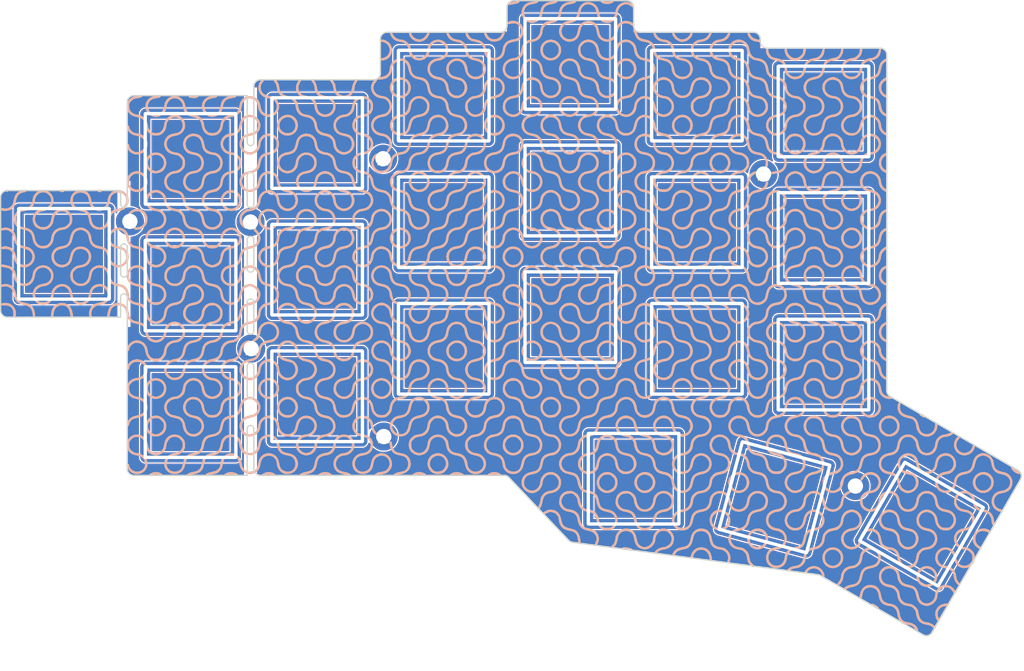
<source format=kicad_pcb>
(kicad_pcb (version 20221018) (generator pcbnew)
  (layers (0 "F.Cu" signal) (31 "B.Cu" signal) (34 "B.Paste" user) (35 "F.Paste" user) (36 "B.SilkS" user "B.Silkscreen") (37 "F.SilkS" user "F.Silkscreen") (38 "B.Mask" user) (39 "F.Mask" user) (44 "Edge.Cuts" user))
  (net 0 "")
  (footprint "kbd:SW_Hole_TH" (layer "F.Cu") (at 42.721463 76.099368)
    (fp_text reference "K18" hide)
    (fp_text value "KEYSW" hide)
    (pad "1" thru_hole oval (at -6.8 0) (size 1.5 15) (drill oval 0.5 14) (layers "*.Cu" "*.Mask"))
    (pad "1" thru_hole oval (at 0 -6.8 90) (size 1.5 15) (drill oval 0.5 14) (layers "*.Cu" "*.Mask"))
    (pad "1" thru_hole oval (at 0 6.8 90) (size 1.5 15) (drill oval 0.5 14) (layers "*.Cu" "*.Mask"))
    (pad "1" thru_hole oval (at 6.8 0) (size 1.5 15) (drill oval 0.5 14) (layers "*.Cu" "*.Mask"))
  )
  (footprint "kbd:SW_Hole_TH" (layer "F.Cu") (at 118.721463 47.599367)
    (fp_text reference "K21" hide)
    (fp_text value "KEYSW" hide)
    (pad "1" thru_hole oval (at -6.8 0) (size 1.5 15) (drill oval 0.5 14) (layers "*.Cu" "*.Mask"))
    (pad "1" thru_hole oval (at 0 -6.8 90) (size 1.5 15) (drill oval 0.5 14) (layers "*.Cu" "*.Mask"))
    (pad "1" thru_hole oval (at 0 6.8 90) (size 1.5 15) (drill oval 0.5 14) (layers "*.Cu" "*.Mask"))
    (pad "1" thru_hole oval (at 6.8 0) (size 1.5 15) (drill oval 0.5 14) (layers "*.Cu" "*.Mask"))
  )
  (footprint "kbd:SW_Hole_TH" (layer "F.Cu") (at 42.721463 57.099368)
    (fp_text reference "K14" hide)
    (fp_text value "KEYSW" hide)
    (pad "1" thru_hole oval (at -6.8 0) (size 1.5 15) (drill oval 0.5 14) (layers "*.Cu" "*.Mask"))
    (pad "1" thru_hole oval (at 0 -6.8 90) (size 1.5 15) (drill oval 0.5 14) (layers "*.Cu" "*.Mask"))
    (pad "1" thru_hole oval (at 0 6.8 90) (size 1.5 15) (drill oval 0.5 14) (layers "*.Cu" "*.Mask"))
    (pad "1" thru_hole oval (at 6.8 0) (size 1.5 15) (drill oval 0.5 14) (layers "*.Cu" "*.Mask"))
  )
  (footprint "kbd:SW_Hole_TH" (layer "F.Cu") (at 61.721463 35.724368)
    (fp_text reference "K13" hide)
    (fp_text value "KEYSW" hide)
    (pad "1" thru_hole oval (at -6.8 0) (size 1.5 15) (drill oval 0.5 14) (layers "*.Cu" "*.Mask"))
    (pad "1" thru_hole oval (at 0 -6.8 90) (size 1.5 15) (drill oval 0.5 14) (layers "*.Cu" "*.Mask"))
    (pad "1" thru_hole oval (at 0 6.8 90) (size 1.5 15) (drill oval 0.5 14) (layers "*.Cu" "*.Mask"))
    (pad "1" thru_hole oval (at 6.8 0) (size 1.5 15) (drill oval 0.5 14) (layers "*.Cu" "*.Mask"))
  )
  (footprint "kbd:SW_Hole_TH" (layer "F.Cu") (at 152.426296 92.925796 60)
    (fp_text reference "K22" hide)
    (fp_text value "KEYSW" hide)
    (pad "1" thru_hole oval (at -6.8 0 60) (size 1.5 15) (drill oval 0.5 14) (layers "*.Cu" "*.Mask"))
    (pad "1" thru_hole oval (at 0 -6.8 150) (size 1.5 15) (drill oval 0.5 14) (layers "*.Cu" "*.Mask"))
    (pad "1" thru_hole oval (at 0 6.8 150) (size 1.5 15) (drill oval 0.5 14) (layers "*.Cu" "*.Mask"))
    (pad "1" thru_hole oval (at 6.8 0 60) (size 1.5 15) (drill oval 0.5 14) (layers "*.Cu" "*.Mask"))
  )
  (footprint "kbd:M2_Hole_TH" (layer "F.Cu") (at 128.721463 40.374367)
    (fp_text reference "H8" (at 0 0.5) (layer "F.SilkS"))
    (fp_text value "MountingHole")
    (pad "" thru_hole circle (at 0 0) (size 4.2 4.2) (drill 2.3) (layers "*.Cu" "*.Mask"))
  )
  (footprint "kbd:SW_Hole_TH" (layer "F.Cu") (at 80.721463 66.599368)
    (fp_text reference "K9" hide)
    (fp_text value "KEYSW" hide)
    (pad "1" thru_hole oval (at -6.8 0) (size 1.5 15) (drill oval 0.5 14) (layers "*.Cu" "*.Mask"))
    (pad "1" thru_hole oval (at 0 -6.8 90) (size 1.5 15) (drill oval 0.5 14) (layers "*.Cu" "*.Mask"))
    (pad "1" thru_hole oval (at 0 6.8 90) (size 1.5 15) (drill oval 0.5 14) (layers "*.Cu" "*.Mask"))
    (pad "1" thru_hole oval (at 6.8 0) (size 1.5 15) (drill oval 0.5 14) (layers "*.Cu" "*.Mask"))
  )
  (footprint "kbd:M2_Hole_TH" (layer "F.Cu") (at 71.621463 38.074367)
    (fp_text reference "H4" (at 0 0.5) (layer "F.SilkS"))
    (fp_text value "MountingHole")
    (pad "" thru_hole circle (at 0 0) (size 4.2 4.2) (drill 2.3) (layers "*.Cu" "*.Mask"))
  )
  (footprint "kbd:SW_Hole_TH" (layer "F.Cu") (at 130.35654 88.881582 -15)
    (fp_text reference "K1" hide)
    (fp_text value "KEYSW" hide)
    (pad "1" thru_hole oval (at -6.8 0 345) (size 1.5 15) (drill oval 0.5 14) (layers "*.Cu" "*.Mask"))
    (pad "1" thru_hole oval (at 0 -6.8 75) (size 1.5 15) (drill oval 0.5 14) (layers "*.Cu" "*.Mask"))
    (pad "1" thru_hole oval (at 0 6.8 75) (size 1.5 15) (drill oval 0.5 14) (layers "*.Cu" "*.Mask"))
    (pad "1" thru_hole oval (at 6.8 0 345) (size 1.5 15) (drill oval 0.5 14) (layers "*.Cu" "*.Mask"))
  )
  (footprint "kbd:SW_Hole_TH" (layer "F.Cu") (at 99.721463 23.849368)
    (fp_text reference "K11" hide)
    (fp_text value "KEYSW" hide)
    (pad "1" thru_hole oval (at -6.8 0) (size 1.5 15) (drill oval 0.5 14) (layers "*.Cu" "*.Mask"))
    (pad "1" thru_hole oval (at 0 -6.8 90) (size 1.5 15) (drill oval 0.5 14) (layers "*.Cu" "*.Mask"))
    (pad "1" thru_hole oval (at 0 6.8 90) (size 1.5 15) (drill oval 0.5 14) (layers "*.Cu" "*.Mask"))
    (pad "1" thru_hole oval (at 6.8 0) (size 1.5 15) (drill oval 0.5 14) (layers "*.Cu" "*.Mask"))
  )
  (footprint "kbd:M2_Hole_TH" (layer "F.Cu") (at 51.821463 66.574367)
    (fp_text reference "H2" (at 0 0.5) (layer "F.SilkS"))
    (fp_text value "MountingHole")
    (pad "" thru_hole circle (at 0 0) (size 4.2 4.2) (drill 2.3) (layers "*.Cu" "*.Mask"))
  )
  (footprint "kbd:SW_Hole_TH" (layer "F.Cu") (at 42.721463 38.099368)
    (fp_text reference "K7" hide)
    (fp_text value "KEYSW" hide)
    (pad "1" thru_hole oval (at -6.8 0) (size 1.5 15) (drill oval 0.5 14) (layers "*.Cu" "*.Mask"))
    (pad "1" thru_hole oval (at 0 -6.8 90) (size 1.5 15) (drill oval 0.5 14) (layers "*.Cu" "*.Mask"))
    (pad "1" thru_hole oval (at 0 6.8 90) (size 1.5 15) (drill oval 0.5 14) (layers "*.Cu" "*.Mask"))
    (pad "1" thru_hole oval (at 6.8 0) (size 1.5 15) (drill oval 0.5 14) (layers "*.Cu" "*.Mask"))
  )
  (footprint "kbd:SW_Hole_TH" (layer "F.Cu") (at 118.721463 66.599367)
    (fp_text reference "K12" hide)
    (fp_text value "KEYSW" hide)
    (pad "1" thru_hole oval (at -6.8 0) (size 1.5 15) (drill oval 0.5 14) (layers "*.Cu" "*.Mask"))
    (pad "1" thru_hole oval (at 0 -6.8 90) (size 1.5 15) (drill oval 0.5 14) (layers "*.Cu" "*.Mask"))
    (pad "1" thru_hole oval (at 0 6.8 90) (size 1.5 15) (drill oval 0.5 14) (layers "*.Cu" "*.Mask"))
    (pad "1" thru_hole oval (at 6.8 0) (size 1.5 15) (drill oval 0.5 14) (layers "*.Cu" "*.Mask"))
  )
  (footprint "kbd:M2_Hole_TH" (layer "F.Cu") (at 33.621463 47.474367)
    (fp_text reference "H3" (at 0 0.5) (layer "F.SilkS"))
    (fp_text value "MountingHole")
    (pad "" thru_hole circle (at 0 0) (size 4.2 4.2) (drill 2.3) (layers "*.Cu" "*.Mask"))
  )
  (footprint "kbd:M2_Hole_TH" (layer "F.Cu") (at 51.721463 47.574367)
    (fp_text reference "H1" (at 0 0.5) (layer "F.SilkS"))
    (fp_text value "MountingHole")
    (pad "" thru_hole circle (at 0 0) (size 4.2 4.2) (drill 2.3) (layers "*.Cu" "*.Mask"))
  )
  (footprint "kbd:SW_Hole_TH" (layer "F.Cu") (at 118.721463 28.599367)
    (fp_text reference "K16" hide)
    (fp_text value "KEYSW" hide)
    (pad "1" thru_hole oval (at -6.8 0) (size 1.5 15) (drill oval 0.5 14) (layers "*.Cu" "*.Mask"))
    (pad "1" thru_hole oval (at 0 -6.8 90) (size 1.5 15) (drill oval 0.5 14) (layers "*.Cu" "*.Mask"))
    (pad "1" thru_hole oval (at 0 6.8 90) (size 1.5 15) (drill oval 0.5 14) (layers "*.Cu" "*.Mask"))
    (pad "1" thru_hole oval (at 6.8 0) (size 1.5 15) (drill oval 0.5 14) (layers "*.Cu" "*.Mask"))
  )
  (footprint "kbd:SW_Hole_TH" (layer "F.Cu") (at 80.721463 47.599368)
    (fp_text reference "K6" hide)
    (fp_text value "KEYSW" hide)
    (pad "1" thru_hole oval (at -6.8 0) (size 1.5 15) (drill oval 0.5 14) (layers "*.Cu" "*.Mask"))
    (pad "1" thru_hole oval (at 0 -6.8 90) (size 1.5 15) (drill oval 0.5 14) (layers "*.Cu" "*.Mask"))
    (pad "1" thru_hole oval (at 0 6.8 90) (size 1.5 15) (drill oval 0.5 14) (layers "*.Cu" "*.Mask"))
    (pad "1" thru_hole oval (at 6.8 0) (size 1.5 15) (drill oval 0.5 14) (layers "*.Cu" "*.Mask"))
  )
  (footprint "kbd:M2_Hole_TH" (layer "F.Cu") (at 142.507505 87.19918)
    (fp_text reference "H9" (at 0 0.5) (layer "F.SilkS"))
    (fp_text value "MountingHole")
    (pad "" thru_hole circle (at 0 0) (size 4.2 4.2) (drill 2.3) (layers "*.Cu" "*.Mask"))
  )
  (footprint "kbd:SW_Hole_TH" (layer "F.Cu") (at 109.221463 86.099097)
    (fp_text reference "K5" hide)
    (fp_text value "KEYSW" hide)
    (pad "1" thru_hole oval (at -6.8 0) (size 1.5 15) (drill oval 0.5 14) (layers "*.Cu" "*.Mask"))
    (pad "1" thru_hole oval (at 0 -6.8 90) (size 1.5 15) (drill oval 0.5 14) (layers "*.Cu" "*.Mask"))
    (pad "1" thru_hole oval (at 0 6.8 90) (size 1.5 15) (drill oval 0.5 14) (layers "*.Cu" "*.Mask"))
    (pad "1" thru_hole oval (at 6.8 0) (size 1.5 15) (drill oval 0.5 14) (layers "*.Cu" "*.Mask"))
  )
  (footprint "kbd:SW_Hole_TH" (layer "F.Cu") (at 137.721463 49.974367)
    (fp_text reference "K3" hide)
    (fp_text value "KEYSW" hide)
    (pad "1" thru_hole oval (at -6.8 0) (size 1.5 15) (drill oval 0.5 14) (layers "*.Cu" "*.Mask"))
    (pad "1" thru_hole oval (at 0 -6.8 90) (size 1.5 15) (drill oval 0.5 14) (layers "*.Cu" "*.Mask"))
    (pad "1" thru_hole oval (at 0 6.8 90) (size 1.5 15) (drill oval 0.5 14) (layers "*.Cu" "*.Mask"))
    (pad "1" thru_hole oval (at 6.8 0) (size 1.5 15) (drill oval 0.5 14) (layers "*.Cu" "*.Mask"))
  )
  (footprint "kbd:SW_Hole_TH" (layer "F.Cu") (at 23.721464 52.349367)
    (fp_text reference "K10" hide)
    (fp_text value "KEYSW" hide)
    (pad "1" thru_hole oval (at -6.8 0) (size 1.5 15) (drill oval 0.5 14) (layers "*.Cu" "*.Mask"))
    (pad "1" thru_hole oval (at 0 -6.8 90) (size 1.5 15) (drill oval 0.5 14) (layers "*.Cu" "*.Mask"))
    (pad "1" thru_hole oval (at 0 6.8 90) (size 1.5 15) (drill oval 0.5 14) (layers "*.Cu" "*.Mask"))
    (pad "1" thru_hole oval (at 6.8 0) (size 1.5 15) (drill oval 0.5 14) (layers "*.Cu" "*.Mask"))
  )
  (footprint "kbd:SW_Hole_TH" (layer "F.Cu") (at 99.721463 42.849368)
    (fp_text reference "K19" hide)
    (fp_text value "KEYSW" hide)
    (pad "1" thru_hole oval (at -6.8 0) (size 1.5 15) (drill oval 0.5 14) (layers "*.Cu" "*.Mask"))
    (pad "1" thru_hole oval (at 0 -6.8 90) (size 1.5 15) (drill oval 0.5 14) (layers "*.Cu" "*.Mask"))
    (pad "1" thru_hole oval (at 0 6.8 90) (size 1.5 15) (drill oval 0.5 14) (layers "*.Cu" "*.Mask"))
    (pad "1" thru_hole oval (at 6.8 0) (size 1.5 15) (drill oval 0.5 14) (layers "*.Cu" "*.Mask"))
  )
  (footprint "Silks:skean_truchet" (layer "F.Cu") (at 90.821464 61.599367)
    (fp_text reference "REF**" hide)
    (fp_text value "LOGO" hide)
  )
  (footprint "kbd:SW_Hole_TH" (layer "F.Cu") (at 61.721463 73.724368)
    (fp_text reference "K8" hide)
    (fp_text value "KEYSW" hide)
    (pad "1" thru_hole oval (at -6.8 0) (size 1.5 15) (drill oval 0.5 14) (layers "*.Cu" "*.Mask"))
    (pad "1" thru_hole oval (at 0 -6.8 90) (size 1.5 15) (drill oval 0.5 14) (layers "*.Cu" "*.Mask"))
    (pad "1" thru_hole oval (at 0 6.8 90) (size 1.5 15) (drill oval 0.5 14) (layers "*.Cu" "*.Mask"))
    (pad "1" thru_hole oval (at 6.8 0) (size 1.5 15) (drill oval 0.5 14) (layers "*.Cu" "*.Mask"))
  )
  (footprint "kbd:M2_Hole_TH" (layer "F.Cu") (at 71.721463 79.774367)
    (fp_text reference "H5" (at 0 0.5) (layer "F.SilkS"))
    (fp_text value "MountingHole")
    (pad "" thru_hole circle (at 0 0) (size 4.2 4.2) (drill 2.3) (layers "*.Cu" "*.Mask"))
  )
  (footprint "kbd:SW_Hole_TH" (layer "F.Cu") (at 137.721463 30.974367)
    (fp_text reference "K4" hide)
    (fp_text value "KEYSW" hide)
    (pad "1" thru_hole oval (at -6.8 0) (size 1.5 15) (drill oval 0.5 14) (layers "*.Cu" "*.Mask"))
    (pad "1" thru_hole oval (at 0 -6.8 90) (size 1.5 15) (drill oval 0.5 14) (layers "*.Cu" "*.Mask"))
    (pad "1" thru_hole oval (at 0 6.8 90) (size 1.5 15) (drill oval 0.5 14) (layers "*.Cu" "*.Mask"))
    (pad "1" thru_hole oval (at 6.8 0) (size 1.5 15) (drill oval 0.5 14) (layers "*.Cu" "*.Mask"))
  )
  (footprint "kbd:SW_Hole_TH" (layer "F.Cu") (at 137.721463 68.974367)
    (fp_text reference "K2" hide)
    (fp_text value "KEYSW" hide)
    (pad "1" thru_hole oval (at -6.8 0) (size 1.5 15) (drill oval 0.5 14) (layers "*.Cu" "*.Mask"))
    (pad "1" thru_hole oval (at 0 -6.8 90) (size 1.5 15) (drill oval 0.5 14) (layers "*.Cu" "*.Mask"))
    (pad "1" thru_hole oval (at 0 6.8 90) (size 1.5 15) (drill oval 0.5 14) (layers "*.Cu" "*.Mask"))
    (pad "1" thru_hole oval (at 6.8 0) (size 1.5 15) (drill oval 0.5 14) (layers "*.Cu" "*.Mask"))
  )
  (footprint "Silks:skean_truchet_back" (layer "F.Cu") (at 91.221464 61.599367)
    (fp_text reference "G***" hide)
    (fp_text value "LOGO" hide)
  )
  (footprint "kbd:SW_Hole_TH" (layer "F.Cu") (at 99.721463 61.849368)
    (fp_text reference "K15" hide)
    (fp_text value "KEYSW" hide)
    (pad "1" thru_hole oval (at -6.8 0) (size 1.5 15) (drill oval 0.5 14) (layers "*.Cu" "*.Mask"))
    (pad "1" thru_hole oval (at 0 -6.8 90) (size 1.5 15) (drill oval 0.5 14) (layers "*.Cu" "*.Mask"))
    (pad "1" thru_hole oval (at 0 6.8 90) (size 1.5 15) (drill oval 0.5 14) (layers "*.Cu" "*.Mask"))
    (pad "1" thru_hole oval (at 6.8 0) (size 1.5 15) (drill oval 0.5 14) (layers "*.Cu" "*.Mask"))
  )
  (footprint "kbd:SW_Hole_TH" (layer "F.Cu") (at 61.721463 54.724368)
    (fp_text reference "K17" hide)
    (fp_text value "KEYSW" hide)
    (pad "1" thru_hole oval (at -6.8 0) (size 1.5 15) (drill oval 0.5 14) (layers "*.Cu" "*.Mask"))
    (pad "1" thru_hole oval (at 0 -6.8 90) (size 1.5 15) (drill oval 0.5 14) (layers "*.Cu" "*.Mask"))
    (pad "1" thru_hole oval (at 0 6.8 90) (size 1.5 15) (drill oval 0.5 14) (layers "*.Cu" "*.Mask"))
    (pad "1" thru_hole oval (at 6.8 0) (size 1.5 15) (drill oval 0.5 14) (layers "*.Cu" "*.Mask"))
  )
  (footprint "kbd:SW_Hole_TH" (layer "F.Cu") (at 80.721463 28.599368)
    (fp_text reference "K20" hide)
    (fp_text value "KEYSW" hide)
    (pad "1" thru_hole oval (at -6.8 0) (size 1.5 15) (drill oval 0.5 14) (layers "*.Cu" "*.Mask"))
    (pad "1" thru_hole oval (at 0 -6.8 90) (size 1.5 15) (drill oval 0.5 14) (layers "*.Cu" "*.Mask"))
    (pad "1" thru_hole oval (at 0 6.8 90) (size 1.5 15) (drill oval 0.5 14) (layers "*.Cu" "*.Mask"))
    (pad "1" thru_hole oval (at 6.8 0) (size 1.5 15) (drill oval 0.5 14) (layers "*.Cu" "*.Mask"))
  )
  (gr_arc (start 89.796623 85.599367) (mid 90.187009 85.679623) (end 90.514076 85.907372) (stroke (width 0.2)) (layer "Edge.Cuts"))
  (gr_line (start 52.221491 40.599328) (end 52.22149 44.924327) (stroke (width 0.2)) (layer "Edge.Cuts"))
  (gr_arc (start 51.22149 50.224327) (mid 51.72149 49.724327) (end 52.22149 50.224327) (stroke (width 0.2)) (layer "Edge.Cuts"))
  (gr_line (start 51.221491 54.599327) (end 51.22149 50.224327) (stroke (width 0.2)) (layer "Edge.Cuts"))
  (gr_arc (start 166.912511 84.834934) (mid 167.378437 85.442141) (end 167.278537 86.20096) (stroke (width 0.2)) (layer "Edge.Cuts"))
  (gr_arc (start 51.221463 59.599366) (mid 51.721463 59.099366) (end 52.221463 59.599366) (stroke (width 0.2)) (layer "Edge.Cuts"))
  (gr_arc (start 90.221463 18.099368) (mid 89.92857 18.806475) (end 89.221463 19.099368) (stroke (width 0.2)) (layer "Edge.Cuts"))
  (gr_line (start 15.221464 42.849368) (end 32.221465 42.849368) (stroke (width 0.2)) (layer "Edge.Cuts"))
  (gr_line (start 32.221464 51.349368) (end 32.221464 55.349368) (stroke (width 0.2)) (layer "Edge.Cuts"))
  (gr_line (start 52.221463 35.599367) (end 52.221463 27.224367) (stroke (width 0.2)) (layer "Edge.Cuts"))
  (gr_line (start 99.480311 95.345258) (end 90.514076 85.907372) (stroke (width 0.2)) (layer "Edge.Cuts"))
  (gr_arc (start 51.221463 40.599367) (mid 51.721463 40.099367) (end 52.221463 40.599367) (stroke (width 0.2)) (layer "Edge.Cuts"))
  (gr_line (start 147.721463 73.754978) (end 166.912511 84.834934) (stroke (width 0.2)) (layer "Edge.Cuts"))
  (gr_line (start 147.221463 22.474368) (end 147.221463 72.888952) (stroke (width 0.2)) (layer "Edge.Cuts"))
  (gr_arc (start 33.221463 55.349368) (mid 32.721463 55.849368) (end 32.221463 55.349368) (stroke (width 0.2)) (layer "Edge.Cuts"))
  (gr_line (start 51.221463 28.599368) (end 51.221463 35.599367) (stroke (width 0.2)) (layer "Edge.Cuts"))
  (gr_line (start 32.221464 42.849368) (end 32.221464 44.849368) (stroke (width 0.2)) (layer "Edge.Cuts"))
  (gr_arc (start 71.221463 25.224368) (mid 70.92857 25.931475) (end 70.221463 26.224368) (stroke (width 0.2)) (layer "Edge.Cuts"))
  (gr_arc (start 52.221463 73.599366) (mid 51.721463 74.099366) (end 51.221463 73.599366) (stroke (width 0.2)) (layer "Edge.Cuts"))
  (gr_line (start 52.221463 84.599366) (end 52.221463 78.599366) (stroke (width 0.2)) (layer "Edge.Cuts"))
  (gr_line (start 52.221491 54.599327) (end 52.22149 50.224327) (stroke (width 0.2)) (layer "Edge.Cuts"))
  (gr_arc (start 53.221463 85.599366) (mid 52.514356 85.306473) (end 52.221463 84.599366) (stroke (width 0.2)) (layer "Edge.Cuts"))
  (gr_line (start 71.221463 25.224368) (end 71.221463 20.099368) (stroke (width 0.2)) (layer "Edge.Cuts"))
  (gr_arc (start 146.221463 21.474368) (mid 146.92857 21.767261) (end 147.221463 22.474368) (stroke (width 0.2)) (layer "Edge.Cuts"))
  (gr_arc (start 108.221463 14.349368) (mid 108.92857 14.642261) (end 109.221463 15.349368) (stroke (width 0.2)) (layer "Edge.Cuts"))
  (gr_line (start 110.221463 19.099367) (end 127.221463 19.099367) (stroke (width 0.2)) (layer "Edge.Cuts"))
  (gr_line (start 51.22149 69.224327) (end 51.221491 73.599327) (stroke (width 0.2)) (layer "Edge.Cuts"))
  (gr_line (start 89.796623 85.599366) (end 53.221463 85.599366) (stroke (width 0.2)) (layer "Edge.Cuts"))
  (gr_line (start 152.662511 109.516658) (end 137.244527 100.615081) (stroke (width 0.2)) (layer "Edge.Cuts"))
  (gr_arc (start 110.221462 19.099368) (mid 109.514356 18.806474) (end 109.221463 18.099367) (stroke (width 0.2)) (layer "Edge.Cuts"))
  (gr_line (start 33.221463 84.609762) (end 33.221464 58.849368) (stroke (width 0.2)) (layer "Edge.Cuts"))
  (gr_arc (start 52.221463 54.599366) (mid 51.721463 55.099366) (end 51.221463 54.599366) (stroke (width 0.2)) (layer "Edge.Cuts"))
  (gr_arc (start 51.221463 78.599366) (mid 51.721463 78.099366) (end 52.221463 78.599366) (stroke (width 0.2)) (layer "Edge.Cuts"))
  (gr_arc (start 33.221464 44.849368) (mid 32.721464 45.349368) (end 32.221464 44.849368) (stroke (width 0.2)) (layer "Edge.Cuts"))
  (gr_line (start 51.221463 78.599366) (end 51.221463 85.599366) (stroke (width 0.2)) (layer "Edge.Cuts"))
  (gr_arc (start 34.211068 85.599367) (mid 33.511312 85.309518) (end 33.221463 84.609762) (stroke (width 0.2)) (layer "Edge.Cuts"))
  (gr_line (start 51.221463 85.599366) (end 34.211068 85.599366) (stroke (width 0.2)) (layer "Edge.Cuts"))
  (gr_arc (start 52.221463 27.224368) (mid 52.514356 26.517261) (end 53.221463 26.224368) (stroke (width 0.2)) (layer "Edge.Cuts"))
  (gr_line (start 53.221463 26.224368) (end 70.221463 26.224368) (stroke (width 0.2)) (layer "Edge.Cuts"))
  (gr_line (start 14.221465 60.849368) (end 14.221465 43.849369) (stroke (width 0.2)) (layer "Edge.Cuts"))
  (gr_arc (start 15.221464 61.849367) (mid 14.514358 61.556474) (end 14.221465 60.849368) (stroke (width 0.2)) (layer "Edge.Cuts"))
  (gr_arc (start 14.221465 43.849369) (mid 14.514358 43.142262) (end 15.221464 42.849368) (stroke (width 0.2)) (layer "Edge.Cuts"))
  (gr_line (start 32.221464 58.849368) (end 32.221464 61.849368) (stroke (width 0.2)) (layer "Edge.Cuts"))
  (gr_line (start 52.221491 73.599327) (end 52.22149 69.224327) (stroke (width 0.2)) (layer "Edge.Cuts"))
  (gr_arc (start 52.22149 44.924327) (mid 51.72149 45.424327) (end 51.22149 44.924327) (stroke (width 0.2)) (layer "Edge.Cuts"))
  (gr_arc (start 129.221463 21.474367) (mid 128.514356 21.181474) (end 128.221463 20.474367) (stroke (width 0.2)) (layer "Edge.Cuts"))
  (gr_arc (start 90.221463 15.349368) (mid 90.514356 14.642261) (end 91.221463 14.349368) (stroke (width 0.2)) (layer "Edge.Cuts"))
  (gr_arc (start 127.221463 19.099367) (mid 127.92857 19.39226) (end 128.221463 20.099367) (stroke (width 0.2)) (layer "Edge.Cuts"))
  (gr_arc (start 100.068595 95.644797) (mid 99.748739 95.545528) (end 99.480311 95.345258) (stroke (width 0.2)) (layer "Edge.Cuts"))
  (gr_line (start 136.878894 100.490965) (end 100.068595 95.644797) (stroke (width 0.2)) (layer "Edge.Cuts"))
  (gr_line (start 33.221464 44.849368) (end 33.221464 29.599368) (stroke (width 0.2)) (layer "Edge.Cuts"))
  (gr_line (start 33.221463 55.349368) (end 33.221463 51.349368) (stroke (width 0.2)) (layer "Edge.Cuts"))
  (gr_line (start 109.221463 15.349368) (end 109.221463 18.099367) (stroke (width 0.2)) (layer "Edge.Cuts"))
  (gr_line (start 128.221463 20.099367) (end 128.221463 20.474367) (stroke (width 0.2)) (layer "Edge.Cuts"))
  (gr_arc (start 33.221464 29.599368) (mid 33.514357 28.892261) (end 34.221464 28.599368) (stroke (width 0.2)) (layer "Edge.Cuts"))
  (gr_line (start 52.22149 63.924327) (end 52.221491 59.599327) (stroke (width 0.2)) (layer "Edge.Cuts"))
  (gr_line (start 129.221463 21.474367) (end 146.221463 21.474368) (stroke (width 0.2)) (layer "Edge.Cuts"))
  (gr_line (start 167.278537 86.20096) (end 154.028537 109.150633) (stroke (width 0.2)) (layer "Edge.Cuts"))
  (gr_arc (start 51.22149 69.224327) (mid 51.72149 68.724327) (end 52.22149 69.224327) (stroke (width 0.2)) (layer "Edge.Cuts"))
  (gr_arc (start 52.221463 35.599367) (mid 51.721463 36.099367) (end 51.221463 35.599367) (stroke (width 0.2)) (layer "Edge.Cuts"))
  (gr_arc (start 136.878894 100.490965) (mid 137.067823 100.535017) (end 137.244527 100.615081) (stroke (width 0.2)) (layer "Edge.Cuts"))
  (gr_arc (start 147.721463 73.754977) (mid 147.355438 73.388952) (end 147.221463 72.888952) (stroke (width 0.2)) (layer "Edge.Cuts"))
  (gr_line (start 51.221491 40.599328) (end 51.22149 44.924327) (stroke (width 0.2)) (layer "Edge.Cuts"))
  (gr_arc (start 32.221462 51.349368) (mid 32.721462 50.849368) (end 33.221462 51.349368) (stroke (width 0.2)) (layer "Edge.Cuts"))
  (gr_arc (start 52.22149 63.924327) (mid 51.72149 64.424327) (end 51.22149 63.924327) (stroke (width 0.2)) (layer "Edge.Cuts"))
  (gr_arc (start 32.221464 58.849368) (mid 32.721464 58.349368) (end 33.221464 58.849368) (stroke (width 0.2)) (layer "Edge.Cuts"))
  (gr_arc (start 71.221462 20.099368) (mid 71.514356 19.392261) (end 72.221463 19.099367) (stroke (width 0.2)) (layer "Edge.Cuts"))
  (gr_line (start 90.221463 18.099368) (end 90.221463 15.349368) (stroke (width 0.2)) (layer "Edge.Cuts"))
  (gr_line (start 32.221464 61.849368) (end 15.221464 61.849368) (stroke (width 0.2)) (layer "Edge.Cuts"))
  (gr_line (start 91.221463 14.349368) (end 108.221463 14.349368) (stroke (width 0.2)) (layer "Edge.Cuts"))
  (gr_line (start 72.221463 19.099367) (end 89.221463 19.099368) (stroke (width 0.2)) (layer "Edge.Cuts"))
  (gr_arc (start 154.028536 109.150633) (mid 153.42133 109.616559) (end 152.662511 109.516658) (stroke (width 0.2)) (layer "Edge.Cuts"))
  (gr_line (start 34.221464 28.599368) (end 51.221463 28.599368) (stroke (width 0.2)) (layer "Edge.Cuts"))
  (gr_line (start 51.22149 63.924327) (end 51.221491 59.599327) (stroke (width 0.2)) (layer "Edge.Cuts"))
  (zone (net 0) (net_name "") (layers "F&B.Cu") (priority 1) (connect_pads (clearance 0.2)) (min_thickness 0.25) (fill yes (thermal_gap 0.5) (thermal_bridge_width 0.5))
    (polygon (pts (xy 109.221463 19.104952) (xy 128.221463 19.104952) (xy 128.221463 21.504952) (xy 147.221463 21.504952) (xy 147.221463 23.804952) (xy 147.721464 73.349367) (xy 167.821463 85.204952) (xy 153.421463 109.904952) (xy 137.021463 100.504952) (xy 99.721463 95.504952) (xy 90.121463 85.504952) (xy 33.221463 85.604952) (xy 33.221463 61.804952) (xy 14.121463 61.804952) (xy 14.221463 42.904952) (xy 33.221463 42.804952) (xy 33.221463 28.504952) (xy 52.221463 28.504952) (xy 52.221463 26.204952) (xy 71.221463 26.204952) (xy 71.221463 19.004952) (xy 90.221463 19.004952) (xy 90.221463 14.304952) (xy 109.221463 14.304952)))
  )
  (zone (net 0) (net_name "") (layers "F&B.Cu") (connect_pads (clearance 0)) (min_thickness 0.254)
    (keepout (tracks not_allowed) (vias not_allowed) (pads not_allowed) (copperpour not_allowed) (footprints allowed))
    (fill (thermal_gap 0.508) (thermal_bridge_width 0.508))
    (polygon (pts (xy 52.721463 86.099367) (xy 50.721463 86.099367) (xy 50.721463 27.349367) (xy 52.721463 27.349367)))
  )
  (zone (net 0) (net_name "") (layers "F&B.Cu") (connect_pads (clearance 0)) (min_thickness 0.254)
    (keepout (tracks not_allowed) (vias not_allowed) (pads not_allowed) (copperpour not_allowed) (footprints allowed))
    (fill (thermal_gap 0.508) (thermal_bridge_width 0.508))
    (polygon (pts (xy 33.721463 63.349367) (xy 31.721463 63.349367) (xy 31.721463 41.849367) (xy 33.721463 41.349367)))
  )
)
</source>
